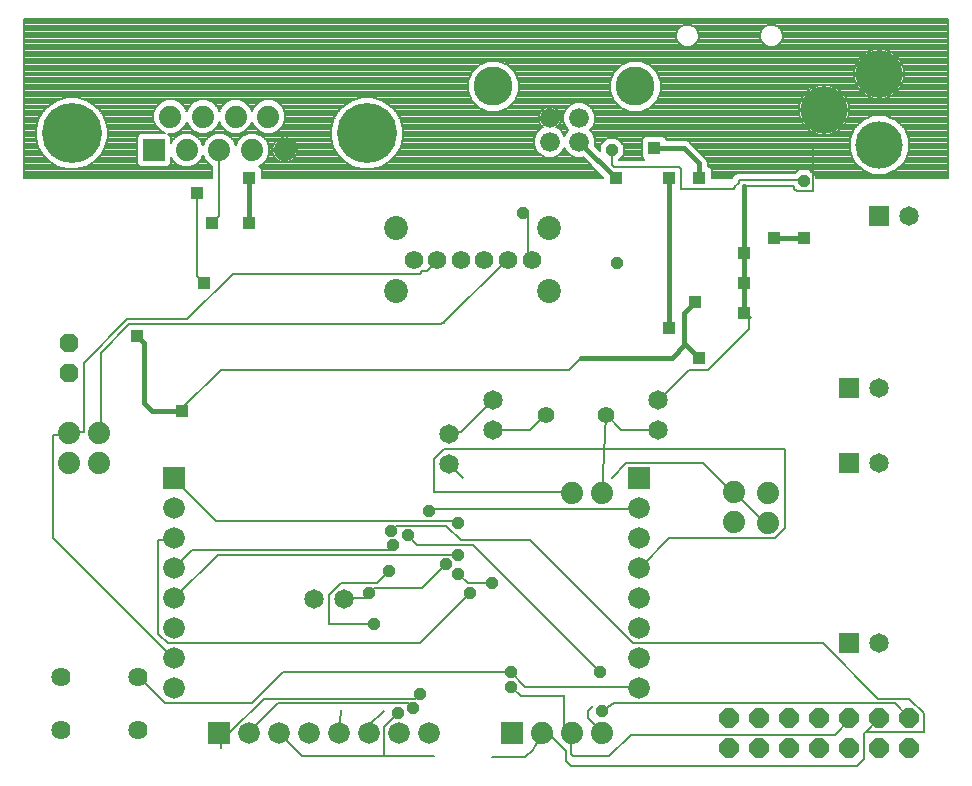
<source format=gbl>
G75*
G70*
%OFA0B0*%
%FSLAX24Y24*%
%IPPOS*%
%LPD*%
%AMOC8*
5,1,8,0,0,1.08239X$1,22.5*
%
%ADD10C,0.0660*%
%ADD11C,0.1300*%
%ADD12R,0.0740X0.0740*%
%ADD13C,0.0740*%
%ADD14C,0.2000*%
%ADD15OC8,0.0630*%
%ADD16C,0.1580*%
%ADD17C,0.0797*%
%ADD18C,0.0614*%
%ADD19OC8,0.0640*%
%ADD20C,0.0640*%
%ADD21R,0.0720X0.0720*%
%ADD22C,0.0720*%
%ADD23C,0.0560*%
%ADD24C,0.0650*%
%ADD25R,0.0650X0.0650*%
%ADD26C,0.0080*%
%ADD27C,0.0160*%
%ADD28R,0.0436X0.0436*%
%ADD29OC8,0.0400*%
D10*
X018149Y021868D03*
X018149Y022648D03*
X019133Y022648D03*
X019133Y021868D03*
D11*
X021011Y023718D03*
X016271Y023718D03*
D12*
X004960Y021589D03*
X016891Y002148D03*
D13*
X017891Y002148D03*
X018891Y002148D03*
X019891Y002148D03*
X024281Y009188D03*
X024281Y010188D03*
X025441Y010158D03*
X025441Y009158D03*
X019901Y010148D03*
X018901Y010148D03*
X009322Y021589D03*
X008232Y021589D03*
X007141Y021589D03*
X006051Y021589D03*
X005507Y022707D03*
X006598Y022707D03*
X007684Y022707D03*
X008775Y022707D03*
X003141Y012148D03*
X002141Y012148D03*
X002141Y011148D03*
X003141Y011148D03*
D14*
X002220Y022148D03*
X012062Y022148D03*
D15*
X002141Y015148D03*
X002141Y014148D03*
D16*
X027291Y022935D03*
X029141Y021754D03*
X029141Y024116D03*
D17*
X018141Y018984D03*
X018141Y016898D03*
X013023Y016898D03*
X013023Y018984D03*
D18*
X013614Y017941D03*
X014401Y017941D03*
X015188Y017941D03*
X015976Y017941D03*
X016763Y017941D03*
X017551Y017941D03*
D19*
X024141Y002648D03*
X025141Y002648D03*
X026141Y002648D03*
X027141Y002648D03*
X028141Y002648D03*
X029141Y002648D03*
X030141Y002648D03*
X030141Y001648D03*
X029141Y001648D03*
X028141Y001648D03*
X027141Y001648D03*
X026141Y001648D03*
X025141Y001648D03*
X024141Y001648D03*
D20*
X001861Y002258D03*
X001861Y004038D03*
X004421Y004038D03*
X004421Y002258D03*
D21*
X007141Y002148D03*
X005641Y010648D03*
X021141Y010648D03*
D22*
X021141Y009648D03*
X021141Y008648D03*
X021141Y007648D03*
X021141Y006648D03*
X021141Y005648D03*
X021141Y004648D03*
X021141Y003648D03*
X014141Y002148D03*
X013141Y002148D03*
X012141Y002148D03*
X011141Y002148D03*
X010141Y002148D03*
X009141Y002148D03*
X008141Y002148D03*
X005641Y003648D03*
X005641Y004648D03*
X005641Y005648D03*
X005641Y006648D03*
X005641Y007648D03*
X005641Y008648D03*
X005641Y009648D03*
D23*
X018021Y012748D03*
X020021Y012748D03*
D24*
X021771Y013248D03*
X021771Y012248D03*
X016271Y012248D03*
X016271Y013248D03*
X014801Y012128D03*
X014801Y011128D03*
X011301Y006628D03*
X010301Y006628D03*
X029141Y005148D03*
X029141Y011148D03*
X029141Y013648D03*
X030141Y019398D03*
D25*
X029141Y019398D03*
X028141Y013648D03*
X028141Y011148D03*
X028141Y005148D03*
D26*
X027261Y005148D02*
X029101Y003308D01*
X030141Y003308D01*
X030621Y002828D01*
X030621Y002188D01*
X028701Y002188D01*
X028691Y002198D01*
X029141Y002648D01*
X028691Y002198D02*
X028641Y002148D01*
X028641Y001308D01*
X028391Y001058D01*
X018861Y001058D01*
X018701Y001218D01*
X018701Y001548D01*
X018061Y002188D01*
X017891Y002148D01*
X017581Y001588D01*
X017331Y001358D01*
X016221Y001358D01*
X014301Y001388D02*
X012621Y001388D01*
X012621Y002348D01*
X013101Y002828D01*
X013421Y003148D02*
X013581Y002988D01*
X013421Y003148D02*
X009101Y003148D01*
X008141Y002188D01*
X008141Y002148D01*
X007501Y002188D02*
X007181Y002188D01*
X007141Y002148D01*
X007181Y001668D01*
X007181Y001988D01*
X007501Y002188D02*
X008621Y003308D01*
X013661Y003308D01*
X013821Y003468D01*
X012621Y002898D02*
X012141Y002418D01*
X012141Y002148D01*
X012621Y001388D02*
X009901Y001388D01*
X009141Y002148D01*
X008221Y003148D02*
X009261Y004188D01*
X016861Y004188D01*
X017341Y003708D01*
X021101Y003708D01*
X021141Y003648D01*
X020301Y003148D02*
X019901Y002908D01*
X019581Y003068D02*
X019421Y002908D01*
X019421Y002668D01*
X019661Y002428D01*
X019891Y002148D01*
X020141Y001388D02*
X018941Y001388D01*
X018861Y001468D01*
X018891Y002148D01*
X018621Y002388D01*
X018621Y003388D01*
X017181Y003388D01*
X016861Y003708D01*
X018621Y003428D02*
X018621Y003388D01*
X019821Y004188D02*
X015581Y008428D01*
X013741Y008428D01*
X013421Y008748D01*
X013021Y009068D02*
X014701Y009068D01*
X015181Y008588D01*
X017501Y008588D01*
X020941Y005148D01*
X027261Y005148D01*
X029661Y003148D02*
X020301Y003148D01*
X020861Y002108D02*
X020141Y001388D01*
X020861Y002108D02*
X027661Y002108D01*
X028141Y002588D01*
X028141Y002648D01*
X029661Y003148D02*
X030141Y002668D01*
X030141Y002648D01*
X025661Y008668D02*
X025981Y008988D01*
X025981Y011628D01*
X014621Y011628D01*
X014301Y011308D01*
X014301Y010188D01*
X018861Y010188D01*
X018901Y010148D01*
X019901Y010148D02*
X020021Y012748D01*
X019821Y012748D01*
X020021Y012748D02*
X020061Y012748D01*
X020541Y012268D01*
X021741Y012268D01*
X021771Y012248D01*
X020701Y011148D02*
X020221Y010668D01*
X020701Y011148D02*
X023261Y011148D01*
X024221Y010188D01*
X024281Y010188D01*
X024301Y010188D01*
X025261Y009228D01*
X025421Y009228D01*
X025441Y009158D01*
X025661Y008668D02*
X022141Y008668D01*
X021181Y007708D01*
X021141Y007648D01*
X021101Y009628D02*
X021141Y009648D01*
X021101Y009628D02*
X014221Y009628D01*
X014141Y009548D01*
X015021Y009228D02*
X007021Y009228D01*
X005661Y010588D01*
X005641Y010648D01*
X005641Y008648D02*
X005581Y008588D01*
X005101Y008588D01*
X005101Y005468D01*
X005421Y005148D01*
X013821Y005148D01*
X015501Y006828D01*
X015421Y007148D02*
X016221Y007148D01*
X015421Y007148D02*
X015101Y007468D01*
X014701Y007788D02*
X013901Y006988D01*
X012301Y006988D01*
X012141Y006828D01*
X011981Y006668D01*
X011341Y006668D01*
X011301Y006628D01*
X010781Y006748D02*
X011181Y007148D01*
X012381Y007148D01*
X012781Y007548D01*
X012781Y008268D02*
X006221Y008268D01*
X005661Y007708D01*
X005641Y007648D01*
X005661Y007588D01*
X005641Y006648D02*
X007101Y008108D01*
X015101Y008108D01*
X015101Y009148D02*
X015021Y009228D01*
X015261Y010668D02*
X014801Y011128D01*
X014861Y011148D01*
X014801Y012128D02*
X014861Y012188D01*
X015181Y012188D01*
X016221Y013228D01*
X016271Y013248D01*
X016301Y012268D02*
X016271Y012248D01*
X016301Y012268D02*
X017501Y012268D01*
X017981Y012748D01*
X018021Y012748D01*
X018781Y014268D02*
X019181Y014668D01*
X018781Y014268D02*
X007181Y014268D01*
X005901Y012988D01*
X005891Y012898D01*
X005901Y012948D01*
X004641Y015148D02*
X004701Y015188D01*
X004141Y015788D02*
X003181Y014828D01*
X003181Y012188D01*
X003141Y012148D01*
X002621Y012188D02*
X002141Y012188D01*
X002141Y012148D01*
X002141Y012108D01*
X001581Y012108D01*
X001581Y008668D01*
X005581Y004668D01*
X005641Y004648D01*
X004461Y004028D02*
X004421Y004038D01*
X004461Y004028D02*
X005341Y003148D01*
X008221Y003148D01*
X010781Y005788D02*
X012301Y005788D01*
X010781Y005788D02*
X010781Y006748D01*
X012781Y008268D02*
X012941Y008428D01*
X012861Y008908D02*
X013021Y009068D01*
X011181Y002918D02*
X011141Y002148D01*
X013141Y002148D02*
X013181Y002228D01*
X002621Y012188D02*
X002621Y014508D01*
X004061Y015948D01*
X006061Y015948D01*
X007581Y017468D01*
X013821Y017468D01*
X013901Y017548D01*
X014061Y017548D01*
X014381Y017868D01*
X014401Y017941D01*
X014621Y015868D02*
X014641Y015848D01*
X016701Y017908D01*
X016763Y017941D01*
X016781Y017908D01*
X017421Y018068D02*
X017551Y017941D01*
X017501Y017988D01*
X017421Y018068D01*
X017421Y019428D01*
X017261Y019508D01*
X017341Y019508D01*
X017421Y019428D01*
X018044Y021338D02*
X018254Y021338D01*
X018449Y021418D01*
X018598Y021567D01*
X018641Y021671D01*
X018684Y021567D01*
X018833Y021418D01*
X019028Y021338D01*
X019239Y021338D01*
X019259Y021346D01*
X019935Y020670D01*
X019935Y020648D01*
X008559Y020648D01*
X008559Y020949D01*
X008447Y021061D01*
X008555Y021105D01*
X008715Y021266D01*
X008802Y021475D01*
X008802Y021702D01*
X008715Y021912D01*
X008555Y022072D01*
X008345Y022159D01*
X008118Y022159D01*
X007909Y022072D01*
X007748Y021912D01*
X007686Y021762D01*
X007624Y021912D01*
X007464Y022072D01*
X007254Y022159D01*
X007028Y022159D01*
X006818Y022072D01*
X006658Y021912D01*
X006596Y021762D01*
X006534Y021912D01*
X006373Y022072D01*
X006164Y022159D01*
X005937Y022159D01*
X005728Y022072D01*
X005567Y021912D01*
X005530Y021821D01*
X005530Y022041D01*
X005435Y022137D01*
X005621Y022137D01*
X005830Y022224D01*
X005990Y022384D01*
X006052Y022534D01*
X006115Y022384D01*
X006275Y022224D01*
X006484Y022137D01*
X006711Y022137D01*
X006921Y022224D01*
X007081Y022384D01*
X007141Y022529D01*
X007201Y022384D01*
X007361Y022224D01*
X007571Y022137D01*
X007798Y022137D01*
X008007Y022224D01*
X008168Y022384D01*
X008230Y022534D01*
X008292Y022384D01*
X008452Y022224D01*
X008662Y022137D01*
X008888Y022137D01*
X009098Y022224D01*
X009258Y022384D01*
X009345Y022593D01*
X009345Y022820D01*
X009258Y023030D01*
X009098Y023190D01*
X008888Y023277D01*
X008662Y023277D01*
X008452Y023190D01*
X008292Y023030D01*
X008230Y022880D01*
X008168Y023030D01*
X008007Y023190D01*
X007798Y023277D01*
X007571Y023277D01*
X007361Y023190D01*
X007201Y023030D01*
X007141Y022885D01*
X007081Y023030D01*
X006921Y023190D01*
X006711Y023277D01*
X006484Y023277D01*
X006275Y023190D01*
X006115Y023030D01*
X006052Y022880D01*
X005990Y023030D01*
X005830Y023190D01*
X005621Y023277D01*
X005394Y023277D01*
X005184Y023190D01*
X005024Y023030D01*
X004937Y022820D01*
X004937Y022593D01*
X005024Y022384D01*
X005184Y022224D01*
X005341Y022159D01*
X004507Y022159D01*
X004390Y022041D01*
X004390Y021136D01*
X004507Y021019D01*
X005413Y021019D01*
X005530Y021136D01*
X005530Y021356D01*
X005567Y021266D01*
X005728Y021105D01*
X005937Y021019D01*
X006164Y021019D01*
X006373Y021105D01*
X006534Y021266D01*
X006596Y021416D01*
X006658Y021266D01*
X006818Y021105D01*
X006901Y021071D01*
X006901Y020648D01*
X000641Y020648D01*
X000641Y025948D01*
X031437Y025948D01*
X031437Y020648D01*
X027021Y020648D01*
X027021Y020713D01*
X026787Y020948D01*
X026455Y020948D01*
X026335Y020828D01*
X024509Y020828D01*
X024413Y020828D01*
X024325Y020791D01*
X024258Y020724D01*
X024226Y020648D01*
X023559Y020648D01*
X023559Y020949D01*
X023442Y021066D01*
X023421Y021066D01*
X023421Y021092D01*
X023421Y021203D01*
X023378Y021306D01*
X022878Y021806D01*
X022800Y021885D01*
X022697Y021928D01*
X022059Y021928D01*
X022059Y021949D01*
X021942Y022066D01*
X021340Y022066D01*
X021223Y021949D01*
X021223Y021347D01*
X021302Y021268D01*
X020467Y021268D01*
X020621Y021422D01*
X020621Y021753D01*
X020387Y021988D01*
X020055Y021988D01*
X019821Y021753D01*
X019821Y021576D01*
X019655Y021742D01*
X019663Y021762D01*
X019663Y021973D01*
X019583Y022168D01*
X019493Y022258D01*
X019583Y022347D01*
X019663Y022542D01*
X019663Y022753D01*
X026468Y022753D01*
X026461Y022770D02*
X026587Y022465D01*
X026821Y022231D01*
X027126Y022105D01*
X027251Y022105D01*
X027251Y022895D01*
X027331Y022895D01*
X027331Y022975D01*
X028121Y022975D01*
X028121Y023100D01*
X027994Y023405D01*
X027761Y023639D01*
X027456Y023765D01*
X027331Y023765D01*
X027331Y022975D01*
X027251Y022975D01*
X027251Y023765D01*
X027126Y023765D01*
X026821Y023639D01*
X026587Y023405D01*
X026461Y023100D01*
X026461Y022975D01*
X027251Y022975D01*
X027251Y022895D01*
X026461Y022895D01*
X026461Y022770D01*
X026461Y022831D02*
X019631Y022831D01*
X019663Y022753D02*
X019583Y022948D01*
X019433Y023097D01*
X019239Y023178D01*
X019028Y023178D01*
X018833Y023097D01*
X018684Y022948D01*
X018603Y022753D01*
X018506Y022753D01*
X018519Y022721D02*
X018463Y022857D01*
X018359Y022961D01*
X018223Y023018D01*
X018189Y023018D01*
X018189Y022688D01*
X018109Y022688D01*
X018109Y023018D01*
X018075Y023018D01*
X017939Y022961D01*
X017835Y022857D01*
X017779Y022721D01*
X017779Y022688D01*
X018109Y022688D01*
X018109Y022608D01*
X017779Y022608D01*
X017779Y022574D01*
X017835Y022438D01*
X017925Y022349D01*
X017849Y022317D01*
X017700Y022168D01*
X017619Y021973D01*
X017619Y021762D01*
X017700Y021567D01*
X017849Y021418D01*
X018044Y021338D01*
X018040Y021339D02*
X012951Y021339D01*
X013023Y021411D02*
X012799Y021187D01*
X012526Y021029D01*
X012220Y020948D01*
X011904Y020948D01*
X011599Y021029D01*
X011326Y021187D01*
X011102Y021411D01*
X010944Y021685D01*
X010862Y021990D01*
X010862Y022306D01*
X010944Y022611D01*
X011102Y022885D01*
X011326Y023108D01*
X011599Y023266D01*
X011904Y023348D01*
X012220Y023348D01*
X012526Y023266D01*
X012799Y023108D01*
X013023Y022885D01*
X013181Y022611D01*
X013262Y022306D01*
X013262Y021990D01*
X013181Y021685D01*
X013023Y021411D01*
X013026Y021418D02*
X017851Y021418D01*
X017771Y021496D02*
X013072Y021496D01*
X013117Y021575D02*
X017697Y021575D01*
X017664Y021653D02*
X013162Y021653D01*
X013193Y021732D02*
X017632Y021732D01*
X017619Y021810D02*
X013214Y021810D01*
X013235Y021889D02*
X017619Y021889D01*
X017619Y021967D02*
X013256Y021967D01*
X013262Y022046D02*
X017649Y022046D01*
X017682Y022124D02*
X013262Y022124D01*
X013262Y022203D02*
X017735Y022203D01*
X017813Y022282D02*
X013262Y022282D01*
X013248Y022360D02*
X017913Y022360D01*
X017835Y022439D02*
X013227Y022439D01*
X013206Y022517D02*
X017803Y022517D01*
X017779Y022596D02*
X013185Y022596D01*
X013144Y022674D02*
X018109Y022674D01*
X018109Y022753D02*
X018189Y022753D01*
X018189Y022688D02*
X018519Y022688D01*
X018519Y022721D01*
X018603Y022753D02*
X018603Y022542D01*
X018684Y022347D01*
X018774Y022258D01*
X018684Y022168D01*
X018641Y022064D01*
X018598Y022168D01*
X018449Y022317D01*
X018373Y022349D01*
X018463Y022438D01*
X018519Y022574D01*
X018519Y022608D01*
X018189Y022608D01*
X018189Y022688D01*
X018189Y022674D02*
X018603Y022674D01*
X018603Y022596D02*
X018519Y022596D01*
X018495Y022517D02*
X018614Y022517D01*
X018646Y022439D02*
X018463Y022439D01*
X018385Y022360D02*
X018679Y022360D01*
X018750Y022282D02*
X018485Y022282D01*
X018563Y022203D02*
X018719Y022203D01*
X018666Y022124D02*
X018616Y022124D01*
X018634Y021653D02*
X018648Y021653D01*
X018681Y021575D02*
X018601Y021575D01*
X018527Y021496D02*
X018755Y021496D01*
X018835Y021418D02*
X018447Y021418D01*
X018258Y021339D02*
X019024Y021339D01*
X019242Y021339D02*
X019266Y021339D01*
X019344Y021261D02*
X012872Y021261D01*
X012790Y021182D02*
X019423Y021182D01*
X019502Y021103D02*
X012654Y021103D01*
X012508Y021025D02*
X019580Y021025D01*
X019659Y020946D02*
X008559Y020946D01*
X008559Y020868D02*
X019737Y020868D01*
X019816Y020789D02*
X008559Y020789D01*
X008559Y020711D02*
X019894Y020711D01*
X020221Y021108D02*
X020301Y021028D01*
X022461Y021028D01*
X022541Y020948D01*
X022541Y020308D01*
X024301Y020308D01*
X024321Y020328D01*
X024301Y020348D01*
X024461Y020508D01*
X024461Y020588D01*
X026621Y020588D01*
X026621Y020548D01*
X026301Y020388D02*
X024641Y020388D01*
X024252Y020711D02*
X023559Y020711D01*
X023559Y020789D02*
X024323Y020789D01*
X023559Y020868D02*
X026376Y020868D01*
X026454Y020946D02*
X023559Y020946D01*
X023483Y021025D02*
X028470Y021025D01*
X028392Y021103D02*
X023421Y021103D01*
X023421Y021182D02*
X028313Y021182D01*
X028302Y021193D02*
X028580Y020915D01*
X028944Y020764D01*
X029338Y020764D01*
X029702Y020915D01*
X029980Y021193D01*
X030131Y021557D01*
X030131Y021951D01*
X029980Y022315D01*
X029702Y022593D01*
X029338Y022744D01*
X028944Y022744D01*
X028580Y022593D01*
X028302Y022315D01*
X028151Y021951D01*
X028151Y021557D01*
X028302Y021193D01*
X028274Y021261D02*
X023397Y021261D01*
X023346Y021339D02*
X028241Y021339D01*
X028209Y021418D02*
X023267Y021418D01*
X023189Y021496D02*
X028176Y021496D01*
X028151Y021575D02*
X023110Y021575D01*
X023031Y021653D02*
X028151Y021653D01*
X028151Y021732D02*
X022953Y021732D01*
X022874Y021810D02*
X028151Y021810D01*
X028151Y021889D02*
X022790Y021889D01*
X022040Y021967D02*
X028158Y021967D01*
X028190Y022046D02*
X021962Y022046D01*
X021320Y022046D02*
X019633Y022046D01*
X019663Y021967D02*
X020035Y021967D01*
X019957Y021889D02*
X019663Y021889D01*
X019663Y021810D02*
X019878Y021810D01*
X019821Y021732D02*
X019665Y021732D01*
X019744Y021653D02*
X019821Y021653D01*
X020221Y021588D02*
X020221Y021108D01*
X020538Y021339D02*
X021231Y021339D01*
X021223Y021418D02*
X020617Y021418D01*
X020621Y021496D02*
X021223Y021496D01*
X021223Y021575D02*
X020621Y021575D01*
X020621Y021653D02*
X021223Y021653D01*
X021223Y021732D02*
X020621Y021732D01*
X020564Y021810D02*
X021223Y021810D01*
X021223Y021889D02*
X020486Y021889D01*
X020407Y021967D02*
X021242Y021967D01*
X021180Y022868D02*
X020842Y022868D01*
X020530Y022997D01*
X020291Y023236D01*
X020161Y023549D01*
X020161Y023887D01*
X020291Y024199D01*
X020530Y024438D01*
X020842Y024568D01*
X021180Y024568D01*
X021493Y024438D01*
X021732Y024199D01*
X021861Y023887D01*
X021861Y023549D01*
X021732Y023236D01*
X021493Y022997D01*
X021180Y022868D01*
X021282Y022910D02*
X027251Y022910D01*
X027251Y022988D02*
X027331Y022988D01*
X027331Y022910D02*
X031437Y022910D01*
X031437Y022988D02*
X028121Y022988D01*
X028121Y023067D02*
X031437Y023067D01*
X031437Y023146D02*
X028102Y023146D01*
X028069Y023224D02*
X031437Y023224D01*
X031437Y023303D02*
X029346Y023303D01*
X029306Y023286D02*
X029611Y023413D01*
X029845Y023646D01*
X029971Y023951D01*
X029971Y024076D01*
X029181Y024076D01*
X029181Y023286D01*
X029306Y023286D01*
X029181Y023303D02*
X029101Y023303D01*
X029101Y023286D02*
X029101Y024076D01*
X029181Y024076D01*
X029181Y024156D01*
X029971Y024156D01*
X029971Y024281D01*
X029845Y024586D01*
X029611Y024820D01*
X029306Y024946D01*
X029181Y024946D01*
X029181Y024156D01*
X029101Y024156D01*
X029101Y024076D01*
X028311Y024076D01*
X028311Y023951D01*
X028437Y023646D01*
X028671Y023413D01*
X028976Y023286D01*
X029101Y023286D01*
X029101Y023381D02*
X029181Y023381D01*
X029181Y023460D02*
X029101Y023460D01*
X029101Y023538D02*
X029181Y023538D01*
X029181Y023617D02*
X029101Y023617D01*
X029101Y023695D02*
X029181Y023695D01*
X029181Y023774D02*
X029101Y023774D01*
X029101Y023852D02*
X029181Y023852D01*
X029181Y023931D02*
X029101Y023931D01*
X029101Y024010D02*
X029181Y024010D01*
X029181Y024088D02*
X031437Y024088D01*
X031437Y024010D02*
X029971Y024010D01*
X029963Y023931D02*
X031437Y023931D01*
X031437Y023852D02*
X029930Y023852D01*
X029898Y023774D02*
X031437Y023774D01*
X031437Y023695D02*
X029865Y023695D01*
X029815Y023617D02*
X031437Y023617D01*
X031437Y023538D02*
X029737Y023538D01*
X029658Y023460D02*
X031437Y023460D01*
X031437Y023381D02*
X029535Y023381D01*
X028936Y023303D02*
X028037Y023303D01*
X028004Y023381D02*
X028747Y023381D01*
X028624Y023460D02*
X027940Y023460D01*
X027861Y023538D02*
X028545Y023538D01*
X028467Y023617D02*
X027783Y023617D01*
X027624Y023695D02*
X028417Y023695D01*
X028384Y023774D02*
X021861Y023774D01*
X021861Y023852D02*
X028352Y023852D01*
X028319Y023931D02*
X021843Y023931D01*
X021810Y024010D02*
X028311Y024010D01*
X028311Y024156D02*
X029101Y024156D01*
X029101Y024946D01*
X028976Y024946D01*
X028671Y024820D01*
X028437Y024586D01*
X028311Y024281D01*
X028311Y024156D01*
X028311Y024167D02*
X021745Y024167D01*
X021778Y024088D02*
X029101Y024088D01*
X029101Y024167D02*
X029181Y024167D01*
X029181Y024245D02*
X029101Y024245D01*
X029101Y024324D02*
X029181Y024324D01*
X029181Y024402D02*
X029101Y024402D01*
X029101Y024481D02*
X029181Y024481D01*
X029181Y024559D02*
X029101Y024559D01*
X029101Y024638D02*
X029181Y024638D01*
X029181Y024716D02*
X029101Y024716D01*
X029101Y024795D02*
X029181Y024795D01*
X029181Y024874D02*
X029101Y024874D01*
X028801Y024874D02*
X000641Y024874D01*
X000641Y024952D02*
X031437Y024952D01*
X031437Y024874D02*
X029482Y024874D01*
X029636Y024795D02*
X031437Y024795D01*
X031437Y024716D02*
X029715Y024716D01*
X029793Y024638D02*
X031437Y024638D01*
X031437Y024559D02*
X029856Y024559D01*
X029888Y024481D02*
X031437Y024481D01*
X031437Y024402D02*
X029921Y024402D01*
X029954Y024324D02*
X031437Y024324D01*
X031437Y024245D02*
X029971Y024245D01*
X029971Y024167D02*
X031437Y024167D01*
X031437Y025031D02*
X025638Y025031D01*
X025614Y025021D02*
X025752Y025078D01*
X025858Y025184D01*
X025916Y025323D01*
X025916Y025473D01*
X025858Y025611D01*
X025752Y025717D01*
X025614Y025775D01*
X025464Y025775D01*
X025325Y025717D01*
X025219Y025611D01*
X025162Y025473D01*
X025162Y025323D01*
X025219Y025184D01*
X025325Y025078D01*
X025464Y025021D01*
X025614Y025021D01*
X025439Y025031D02*
X022843Y025031D01*
X022818Y025021D02*
X022957Y025078D01*
X023063Y025184D01*
X023121Y025323D01*
X023121Y025473D01*
X023063Y025611D01*
X022957Y025717D01*
X022818Y025775D01*
X022668Y025775D01*
X022530Y025717D01*
X022424Y025611D01*
X022366Y025473D01*
X022366Y025323D01*
X022424Y025184D01*
X022530Y025078D01*
X022668Y025021D01*
X022818Y025021D01*
X022644Y025031D02*
X000641Y025031D01*
X000641Y025109D02*
X022499Y025109D01*
X022422Y025188D02*
X000641Y025188D01*
X000641Y025266D02*
X022390Y025266D01*
X022366Y025345D02*
X000641Y025345D01*
X000641Y025423D02*
X022366Y025423D01*
X022378Y025502D02*
X000641Y025502D01*
X000641Y025580D02*
X022411Y025580D01*
X022471Y025659D02*
X000641Y025659D01*
X000641Y025737D02*
X022578Y025737D01*
X022909Y025737D02*
X025374Y025737D01*
X025267Y025659D02*
X023016Y025659D01*
X023076Y025580D02*
X025206Y025580D01*
X025174Y025502D02*
X023109Y025502D01*
X023121Y025423D02*
X025162Y025423D01*
X025162Y025345D02*
X023121Y025345D01*
X023097Y025266D02*
X025185Y025266D01*
X025217Y025188D02*
X023065Y025188D01*
X022988Y025109D02*
X025294Y025109D01*
X025784Y025109D02*
X031437Y025109D01*
X031437Y025188D02*
X025860Y025188D01*
X025892Y025266D02*
X031437Y025266D01*
X031437Y025345D02*
X025916Y025345D01*
X025916Y025423D02*
X031437Y025423D01*
X031437Y025502D02*
X025904Y025502D01*
X025871Y025580D02*
X031437Y025580D01*
X031437Y025659D02*
X025811Y025659D01*
X025704Y025737D02*
X031437Y025737D01*
X031437Y025816D02*
X000641Y025816D01*
X000641Y025895D02*
X031437Y025895D01*
X028646Y024795D02*
X000641Y024795D01*
X000641Y024716D02*
X028568Y024716D01*
X028489Y024638D02*
X000641Y024638D01*
X000641Y024559D02*
X016082Y024559D01*
X016102Y024568D02*
X015790Y024438D01*
X015551Y024199D01*
X015421Y023887D01*
X015421Y023549D01*
X015551Y023236D01*
X015790Y022997D01*
X016102Y022868D01*
X016440Y022868D01*
X016753Y022997D01*
X016992Y023236D01*
X017121Y023549D01*
X017121Y023887D01*
X016992Y024199D01*
X016753Y024438D01*
X016440Y024568D01*
X016102Y024568D01*
X015892Y024481D02*
X000641Y024481D01*
X000641Y024402D02*
X015754Y024402D01*
X015675Y024324D02*
X000641Y024324D01*
X000641Y024245D02*
X015596Y024245D01*
X015537Y024167D02*
X000641Y024167D01*
X000641Y024088D02*
X015505Y024088D01*
X015472Y024010D02*
X000641Y024010D01*
X000641Y023931D02*
X015439Y023931D01*
X015421Y023852D02*
X000641Y023852D01*
X000641Y023774D02*
X015421Y023774D01*
X015421Y023695D02*
X000641Y023695D01*
X000641Y023617D02*
X015421Y023617D01*
X015425Y023538D02*
X000641Y023538D01*
X000641Y023460D02*
X015458Y023460D01*
X015490Y023381D02*
X000641Y023381D01*
X000641Y023303D02*
X001894Y023303D01*
X001757Y023266D02*
X001483Y023108D01*
X001260Y022885D01*
X001102Y022611D01*
X001020Y022306D01*
X001020Y021990D01*
X001102Y021685D01*
X001260Y021411D01*
X001483Y021187D01*
X001757Y021029D01*
X002062Y020948D01*
X002378Y020948D01*
X002683Y021029D01*
X002957Y021187D01*
X003180Y021411D01*
X003338Y021685D01*
X003420Y021990D01*
X003420Y022306D01*
X003338Y022611D01*
X003180Y022885D01*
X002957Y023108D01*
X002683Y023266D01*
X002378Y023348D01*
X002062Y023348D01*
X001757Y023266D01*
X001684Y023224D02*
X000641Y023224D01*
X000641Y023146D02*
X001548Y023146D01*
X001442Y023067D02*
X000641Y023067D01*
X000641Y022988D02*
X001364Y022988D01*
X001285Y022910D02*
X000641Y022910D01*
X000641Y022831D02*
X001229Y022831D01*
X001184Y022753D02*
X000641Y022753D01*
X000641Y022674D02*
X001138Y022674D01*
X001098Y022596D02*
X000641Y022596D01*
X000641Y022517D02*
X001077Y022517D01*
X001055Y022439D02*
X000641Y022439D01*
X000641Y022360D02*
X001034Y022360D01*
X001020Y022282D02*
X000641Y022282D01*
X000641Y022203D02*
X001020Y022203D01*
X001020Y022124D02*
X000641Y022124D01*
X000641Y022046D02*
X001020Y022046D01*
X001026Y021967D02*
X000641Y021967D01*
X000641Y021889D02*
X001047Y021889D01*
X001068Y021810D02*
X000641Y021810D01*
X000641Y021732D02*
X001089Y021732D01*
X001120Y021653D02*
X000641Y021653D01*
X000641Y021575D02*
X001165Y021575D01*
X001210Y021496D02*
X000641Y021496D01*
X000641Y021418D02*
X001256Y021418D01*
X001331Y021339D02*
X000641Y021339D01*
X000641Y021261D02*
X001410Y021261D01*
X001493Y021182D02*
X000641Y021182D01*
X000641Y021103D02*
X001629Y021103D01*
X001774Y021025D02*
X000641Y021025D01*
X000641Y020946D02*
X006901Y020946D01*
X006901Y020868D02*
X000641Y020868D01*
X000641Y020789D02*
X006901Y020789D01*
X006901Y020711D02*
X000641Y020711D01*
X002666Y021025D02*
X004501Y021025D01*
X004422Y021103D02*
X002811Y021103D01*
X002947Y021182D02*
X004390Y021182D01*
X004390Y021261D02*
X003030Y021261D01*
X003108Y021339D02*
X004390Y021339D01*
X004390Y021418D02*
X003184Y021418D01*
X003229Y021496D02*
X004390Y021496D01*
X004390Y021575D02*
X003275Y021575D01*
X003320Y021653D02*
X004390Y021653D01*
X004390Y021732D02*
X003351Y021732D01*
X003372Y021810D02*
X004390Y021810D01*
X004390Y021889D02*
X003393Y021889D01*
X003414Y021967D02*
X004390Y021967D01*
X004394Y022046D02*
X003420Y022046D01*
X003420Y022124D02*
X004473Y022124D01*
X005001Y022439D02*
X003384Y022439D01*
X003363Y022517D02*
X004969Y022517D01*
X004937Y022596D02*
X003342Y022596D01*
X003301Y022674D02*
X004937Y022674D01*
X004937Y022753D02*
X003256Y022753D01*
X003211Y022831D02*
X004942Y022831D01*
X004974Y022910D02*
X003155Y022910D01*
X003076Y022988D02*
X005007Y022988D01*
X005061Y023067D02*
X002998Y023067D01*
X002891Y023146D02*
X005140Y023146D01*
X005267Y023224D02*
X002755Y023224D01*
X002546Y023303D02*
X011736Y023303D01*
X011527Y023224D02*
X009015Y023224D01*
X009142Y023146D02*
X011391Y023146D01*
X011285Y023067D02*
X009221Y023067D01*
X009275Y022988D02*
X011206Y022988D01*
X011128Y022910D02*
X009308Y022910D01*
X009340Y022831D02*
X011071Y022831D01*
X011026Y022753D02*
X009345Y022753D01*
X009345Y022674D02*
X010981Y022674D01*
X010940Y022596D02*
X009345Y022596D01*
X009313Y022517D02*
X010919Y022517D01*
X010898Y022439D02*
X009281Y022439D01*
X009234Y022360D02*
X010877Y022360D01*
X010862Y022282D02*
X009156Y022282D01*
X009048Y022203D02*
X010862Y022203D01*
X010862Y022124D02*
X008427Y022124D01*
X008502Y022203D02*
X007958Y022203D01*
X008036Y022124D02*
X007337Y022124D01*
X007411Y022203D02*
X006871Y022203D01*
X006945Y022124D02*
X006246Y022124D01*
X006324Y022203D02*
X005781Y022203D01*
X005855Y022124D02*
X005447Y022124D01*
X005526Y022046D02*
X005702Y022046D01*
X005623Y021967D02*
X005530Y021967D01*
X005530Y021889D02*
X005558Y021889D01*
X005234Y022203D02*
X003420Y022203D01*
X003420Y022282D02*
X005126Y022282D01*
X005048Y022360D02*
X003405Y022360D01*
X005530Y021339D02*
X005537Y021339D01*
X005530Y021261D02*
X005573Y021261D01*
X005530Y021182D02*
X005651Y021182D01*
X005732Y021103D02*
X005498Y021103D01*
X005419Y021025D02*
X005922Y021025D01*
X006179Y021025D02*
X006901Y021025D01*
X006823Y021103D02*
X006369Y021103D01*
X006450Y021182D02*
X006742Y021182D01*
X006663Y021261D02*
X006529Y021261D01*
X006564Y021339D02*
X006627Y021339D01*
X006616Y021810D02*
X006576Y021810D01*
X006543Y021889D02*
X006649Y021889D01*
X006714Y021967D02*
X006478Y021967D01*
X006399Y022046D02*
X006792Y022046D01*
X006979Y022282D02*
X007303Y022282D01*
X007225Y022360D02*
X007057Y022360D01*
X007104Y022439D02*
X007178Y022439D01*
X007146Y022517D02*
X007136Y022517D01*
X007490Y022046D02*
X007883Y022046D01*
X007804Y021967D02*
X007568Y021967D01*
X007634Y021889D02*
X007739Y021889D01*
X007706Y021810D02*
X007666Y021810D01*
X007141Y021589D02*
X007141Y019398D01*
X006891Y019148D01*
X006391Y020148D02*
X006391Y017398D01*
X006641Y017148D01*
X004141Y015788D02*
X014541Y015788D01*
X014621Y015868D01*
X014641Y015848D02*
X014621Y015828D01*
X011616Y021025D02*
X008483Y021025D01*
X008550Y021103D02*
X011471Y021103D01*
X011335Y021182D02*
X009412Y021182D01*
X009404Y021179D02*
X009554Y021241D01*
X009670Y021356D01*
X009732Y021507D01*
X009732Y021549D01*
X009362Y021549D01*
X009362Y021629D01*
X009282Y021629D01*
X009282Y021999D01*
X009241Y021999D01*
X009090Y021936D01*
X008975Y021821D01*
X008912Y021670D01*
X008912Y021629D01*
X009282Y021629D01*
X009282Y021549D01*
X008912Y021549D01*
X008912Y021507D01*
X008975Y021356D01*
X009090Y021241D01*
X009241Y021179D01*
X009282Y021179D01*
X009282Y021548D01*
X009362Y021548D01*
X009362Y021179D01*
X009404Y021179D01*
X009362Y021182D02*
X009282Y021182D01*
X009233Y021182D02*
X008631Y021182D01*
X008710Y021261D02*
X009071Y021261D01*
X008992Y021339D02*
X008745Y021339D01*
X008778Y021418D02*
X008949Y021418D01*
X008917Y021496D02*
X008802Y021496D01*
X008802Y021575D02*
X009282Y021575D01*
X009282Y021653D02*
X009362Y021653D01*
X009362Y021629D02*
X009362Y021999D01*
X009404Y021999D01*
X009554Y021936D01*
X009670Y021821D01*
X009732Y021670D01*
X009732Y021629D01*
X009362Y021629D01*
X009362Y021575D02*
X011008Y021575D01*
X010962Y021653D02*
X009732Y021653D01*
X009707Y021732D02*
X010931Y021732D01*
X010910Y021810D02*
X009674Y021810D01*
X009602Y021889D02*
X010889Y021889D01*
X010868Y021967D02*
X009479Y021967D01*
X009362Y021967D02*
X009282Y021967D01*
X009282Y021889D02*
X009362Y021889D01*
X009362Y021810D02*
X009282Y021810D01*
X009282Y021732D02*
X009362Y021732D01*
X009362Y021496D02*
X009282Y021496D01*
X009282Y021418D02*
X009362Y021418D01*
X009362Y021339D02*
X009282Y021339D01*
X009282Y021261D02*
X009362Y021261D01*
X009574Y021261D02*
X011252Y021261D01*
X011174Y021339D02*
X009652Y021339D01*
X009695Y021418D02*
X011098Y021418D01*
X011053Y021496D02*
X009728Y021496D01*
X009165Y021967D02*
X008659Y021967D01*
X008724Y021889D02*
X009043Y021889D01*
X008970Y021810D02*
X008757Y021810D01*
X008789Y021732D02*
X008938Y021732D01*
X008912Y021653D02*
X008802Y021653D01*
X008580Y022046D02*
X010862Y022046D01*
X012388Y023303D02*
X015523Y023303D01*
X015563Y023224D02*
X012598Y023224D01*
X012734Y023146D02*
X015641Y023146D01*
X015720Y023067D02*
X012840Y023067D01*
X012919Y022988D02*
X015811Y022988D01*
X016000Y022910D02*
X012997Y022910D01*
X013053Y022831D02*
X017825Y022831D01*
X017792Y022753D02*
X013099Y022753D01*
X016460Y024559D02*
X020822Y024559D01*
X020632Y024481D02*
X016650Y024481D01*
X016789Y024402D02*
X020494Y024402D01*
X020415Y024324D02*
X016867Y024324D01*
X016946Y024245D02*
X020336Y024245D01*
X020277Y024167D02*
X017005Y024167D01*
X017038Y024088D02*
X020245Y024088D01*
X020212Y024010D02*
X017070Y024010D01*
X017103Y023931D02*
X020179Y023931D01*
X020161Y023852D02*
X017121Y023852D01*
X017121Y023774D02*
X020161Y023774D01*
X020161Y023695D02*
X017121Y023695D01*
X017121Y023617D02*
X020161Y023617D01*
X020165Y023538D02*
X017117Y023538D01*
X017084Y023460D02*
X020198Y023460D01*
X020230Y023381D02*
X017052Y023381D01*
X017019Y023303D02*
X020263Y023303D01*
X020303Y023224D02*
X016980Y023224D01*
X016901Y023146D02*
X018950Y023146D01*
X018803Y023067D02*
X016822Y023067D01*
X016732Y022988D02*
X018005Y022988D01*
X018109Y022988D02*
X018189Y022988D01*
X018189Y022910D02*
X018109Y022910D01*
X018109Y022831D02*
X018189Y022831D01*
X018293Y022988D02*
X018724Y022988D01*
X018668Y022910D02*
X018410Y022910D01*
X018473Y022831D02*
X018636Y022831D01*
X019316Y023146D02*
X020381Y023146D01*
X020460Y023067D02*
X019463Y023067D01*
X019542Y022988D02*
X020551Y022988D01*
X020740Y022910D02*
X019598Y022910D01*
X019663Y022674D02*
X026500Y022674D01*
X026533Y022596D02*
X019663Y022596D01*
X019653Y022517D02*
X026565Y022517D01*
X026613Y022439D02*
X019620Y022439D01*
X019588Y022360D02*
X026692Y022360D01*
X026770Y022282D02*
X019517Y022282D01*
X019547Y022203D02*
X026889Y022203D01*
X027079Y022124D02*
X019601Y022124D01*
X017888Y022910D02*
X016542Y022910D01*
X021200Y024559D02*
X028426Y024559D01*
X028394Y024481D02*
X021390Y024481D01*
X021529Y024402D02*
X028361Y024402D01*
X028329Y024324D02*
X021607Y024324D01*
X021686Y024245D02*
X028311Y024245D01*
X027331Y023695D02*
X027251Y023695D01*
X027251Y023617D02*
X027331Y023617D01*
X027331Y023538D02*
X027251Y023538D01*
X027251Y023460D02*
X027331Y023460D01*
X027331Y023381D02*
X027251Y023381D01*
X027251Y023303D02*
X027331Y023303D01*
X027331Y023224D02*
X027251Y023224D01*
X027251Y023146D02*
X027331Y023146D01*
X027331Y023067D02*
X027251Y023067D01*
X027331Y022895D02*
X028121Y022895D01*
X028121Y022770D01*
X027994Y022465D01*
X027761Y022231D01*
X027456Y022105D01*
X027331Y022105D01*
X027331Y022895D01*
X027331Y022831D02*
X027251Y022831D01*
X027251Y022753D02*
X027331Y022753D01*
X027331Y022674D02*
X027251Y022674D01*
X027251Y022596D02*
X027331Y022596D01*
X027331Y022517D02*
X027251Y022517D01*
X027251Y022439D02*
X027331Y022439D01*
X027331Y022360D02*
X027251Y022360D01*
X027251Y022282D02*
X027331Y022282D01*
X027331Y022203D02*
X027251Y022203D01*
X027251Y022124D02*
X027331Y022124D01*
X027503Y022124D02*
X028223Y022124D01*
X028256Y022203D02*
X027692Y022203D01*
X027811Y022282D02*
X028288Y022282D01*
X028347Y022360D02*
X027889Y022360D01*
X027968Y022439D02*
X028426Y022439D01*
X028504Y022517D02*
X028016Y022517D01*
X028048Y022596D02*
X028586Y022596D01*
X028776Y022674D02*
X028081Y022674D01*
X028114Y022753D02*
X031437Y022753D01*
X031437Y022831D02*
X028121Y022831D01*
X029506Y022674D02*
X031437Y022674D01*
X031437Y022596D02*
X029696Y022596D01*
X029778Y022517D02*
X031437Y022517D01*
X031437Y022439D02*
X029856Y022439D01*
X029935Y022360D02*
X031437Y022360D01*
X031437Y022282D02*
X029994Y022282D01*
X030027Y022203D02*
X031437Y022203D01*
X031437Y022124D02*
X030059Y022124D01*
X030092Y022046D02*
X031437Y022046D01*
X031437Y021967D02*
X030124Y021967D01*
X030131Y021889D02*
X031437Y021889D01*
X031437Y021810D02*
X030131Y021810D01*
X030131Y021732D02*
X031437Y021732D01*
X031437Y021653D02*
X030131Y021653D01*
X030131Y021575D02*
X031437Y021575D01*
X031437Y021496D02*
X030106Y021496D01*
X030073Y021418D02*
X031437Y021418D01*
X031437Y021339D02*
X030041Y021339D01*
X030008Y021261D02*
X031437Y021261D01*
X031437Y021182D02*
X029969Y021182D01*
X029891Y021103D02*
X031437Y021103D01*
X031437Y021025D02*
X029812Y021025D01*
X029733Y020946D02*
X031437Y020946D01*
X031437Y020868D02*
X029589Y020868D01*
X029399Y020789D02*
X031437Y020789D01*
X031437Y020711D02*
X027021Y020711D01*
X026945Y020789D02*
X028883Y020789D01*
X028694Y020868D02*
X026867Y020868D01*
X026788Y020946D02*
X028549Y020946D01*
X026941Y020228D02*
X026941Y021668D01*
X026301Y020388D02*
X026301Y020308D01*
X026381Y020228D01*
X026941Y020228D01*
X026461Y022988D02*
X021472Y022988D01*
X021562Y023067D02*
X026461Y023067D01*
X026480Y023146D02*
X021641Y023146D01*
X021720Y023224D02*
X026512Y023224D01*
X026545Y023303D02*
X021759Y023303D01*
X021792Y023381D02*
X026577Y023381D01*
X026642Y023460D02*
X021824Y023460D01*
X021857Y023538D02*
X026720Y023538D01*
X026799Y023617D02*
X021861Y023617D01*
X021861Y023695D02*
X026957Y023695D01*
X024701Y016148D02*
X024641Y016148D01*
X024781Y016028D01*
X024781Y015628D01*
X023421Y014268D01*
X022781Y014268D01*
X021821Y013308D01*
X021771Y013248D01*
X021741Y013268D01*
X024701Y016148D02*
X024861Y015988D01*
X008394Y022282D02*
X008065Y022282D01*
X008144Y022360D02*
X008315Y022360D01*
X008269Y022439D02*
X008190Y022439D01*
X008223Y022517D02*
X008236Y022517D01*
X008217Y022910D02*
X008242Y022910D01*
X008275Y022988D02*
X008185Y022988D01*
X008130Y023067D02*
X008329Y023067D01*
X008408Y023146D02*
X008052Y023146D01*
X007925Y023224D02*
X008534Y023224D01*
X007444Y023224D02*
X006838Y023224D01*
X006965Y023146D02*
X007317Y023146D01*
X007239Y023067D02*
X007044Y023067D01*
X007098Y022988D02*
X007184Y022988D01*
X007152Y022910D02*
X007131Y022910D01*
X006357Y023224D02*
X005748Y023224D01*
X005875Y023146D02*
X006230Y023146D01*
X006152Y023067D02*
X005953Y023067D01*
X006008Y022988D02*
X006098Y022988D01*
X006065Y022910D02*
X006040Y022910D01*
X006046Y022517D02*
X006059Y022517D01*
X006092Y022439D02*
X006013Y022439D01*
X005967Y022360D02*
X006138Y022360D01*
X006217Y022282D02*
X005888Y022282D01*
D27*
X008141Y020648D02*
X008141Y019148D01*
X004391Y015398D02*
X004641Y015148D01*
X004641Y013148D01*
X004891Y012898D01*
X005891Y012898D01*
X019181Y014668D02*
X022221Y014668D01*
X022671Y015118D01*
X022641Y015148D01*
X022641Y016148D01*
X023007Y016514D01*
X022141Y015648D02*
X022141Y020648D01*
X023141Y020648D02*
X023141Y021148D01*
X022641Y021648D01*
X021641Y021648D01*
X020353Y020648D02*
X019133Y021868D01*
X024641Y020388D02*
X024641Y018148D01*
X024641Y017148D01*
X024641Y016148D01*
X023141Y014648D02*
X022671Y015118D01*
X025641Y018648D02*
X026641Y018648D01*
D28*
X026641Y018648D03*
X025641Y018648D03*
X024641Y018148D03*
X024641Y017148D03*
X024641Y016148D03*
X023007Y016514D03*
X022141Y015648D03*
X023141Y014648D03*
X023141Y020648D03*
X022141Y020648D03*
X021641Y021648D03*
X020353Y020648D03*
X008141Y020648D03*
X008141Y019148D03*
X006891Y019148D03*
X006391Y020148D03*
X006641Y017148D03*
X004391Y015398D03*
X005891Y012898D03*
D29*
X012861Y008908D03*
X012941Y008428D03*
X013421Y008748D03*
X014141Y009548D03*
X015101Y009148D03*
X015101Y008108D03*
X014701Y007788D03*
X015101Y007468D03*
X015501Y006828D03*
X016221Y007148D03*
X016861Y004188D03*
X016861Y003708D03*
X019821Y004188D03*
X019901Y002908D03*
X013821Y003468D03*
X013581Y002988D03*
X013101Y002828D03*
X012301Y005788D03*
X012141Y006828D03*
X012781Y007548D03*
X020381Y017828D03*
X017261Y019508D03*
X020221Y021588D03*
X026621Y020548D03*
M02*

</source>
